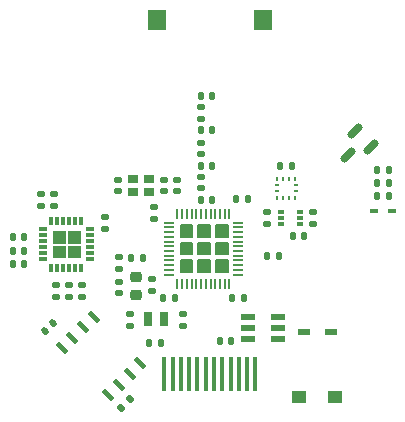
<source format=gbr>
%TF.GenerationSoftware,KiCad,Pcbnew,8.0.3*%
%TF.CreationDate,2024-08-05T21:53:05-05:00*%
%TF.ProjectId,GeckoSmartWatch_V4_1,4765636b-6f53-46d6-9172-745761746368,rev?*%
%TF.SameCoordinates,Original*%
%TF.FileFunction,Paste,Top*%
%TF.FilePolarity,Positive*%
%FSLAX46Y46*%
G04 Gerber Fmt 4.6, Leading zero omitted, Abs format (unit mm)*
G04 Created by KiCad (PCBNEW 8.0.3) date 2024-08-05 21:53:05*
%MOMM*%
%LPD*%
G01*
G04 APERTURE LIST*
G04 Aperture macros list*
%AMRoundRect*
0 Rectangle with rounded corners*
0 $1 Rounding radius*
0 $2 $3 $4 $5 $6 $7 $8 $9 X,Y pos of 4 corners*
0 Add a 4 corners polygon primitive as box body*
4,1,4,$2,$3,$4,$5,$6,$7,$8,$9,$2,$3,0*
0 Add four circle primitives for the rounded corners*
1,1,$1+$1,$2,$3*
1,1,$1+$1,$4,$5*
1,1,$1+$1,$6,$7*
1,1,$1+$1,$8,$9*
0 Add four rect primitives between the rounded corners*
20,1,$1+$1,$2,$3,$4,$5,0*
20,1,$1+$1,$4,$5,$6,$7,0*
20,1,$1+$1,$6,$7,$8,$9,0*
20,1,$1+$1,$8,$9,$2,$3,0*%
%AMRotRect*
0 Rectangle, with rotation*
0 The origin of the aperture is its center*
0 $1 length*
0 $2 width*
0 $3 Rotation angle, in degrees counterclockwise*
0 Add horizontal line*
21,1,$1,$2,0,0,$3*%
G04 Aperture macros list end*
%ADD10C,0.100000*%
%ADD11C,0.200000*%
%ADD12RoundRect,0.150000X0.309359X0.521491X-0.521491X-0.309359X-0.309359X-0.521491X0.521491X0.309359X0*%
%ADD13R,0.800000X0.300000*%
%ADD14R,0.300000X0.800000*%
%ADD15R,0.850000X0.750000*%
%ADD16R,0.400000X3.000000*%
%ADD17RoundRect,0.140000X0.021213X-0.219203X0.219203X-0.021213X-0.021213X0.219203X-0.219203X0.021213X0*%
%ADD18RoundRect,0.140000X0.140000X0.170000X-0.140000X0.170000X-0.140000X-0.170000X0.140000X-0.170000X0*%
%ADD19RoundRect,0.135000X-0.185000X0.135000X-0.185000X-0.135000X0.185000X-0.135000X0.185000X0.135000X0*%
%ADD20RoundRect,0.140000X0.170000X-0.140000X0.170000X0.140000X-0.170000X0.140000X-0.170000X-0.140000X0*%
%ADD21RoundRect,0.135000X-0.035355X0.226274X-0.226274X0.035355X0.035355X-0.226274X0.226274X-0.035355X0*%
%ADD22R,0.200000X0.850000*%
%ADD23R,0.850000X0.200000*%
%ADD24RoundRect,0.140000X-0.140000X-0.170000X0.140000X-0.170000X0.140000X0.170000X-0.140000X0.170000X0*%
%ADD25RoundRect,0.135000X-0.135000X-0.185000X0.135000X-0.185000X0.135000X0.185000X-0.135000X0.185000X0*%
%ADD26RoundRect,0.147500X0.172500X-0.147500X0.172500X0.147500X-0.172500X0.147500X-0.172500X-0.147500X0*%
%ADD27R,1.200000X0.550000*%
%ADD28R,0.800000X1.300000*%
%ADD29RoundRect,0.135000X0.185000X-0.135000X0.185000X0.135000X-0.185000X0.135000X-0.185000X-0.135000X0*%
%ADD30R,1.075000X0.500000*%
%ADD31RoundRect,0.140000X-0.170000X0.140000X-0.170000X-0.140000X0.170000X-0.140000X0.170000X0.140000X0*%
%ADD32R,0.410000X0.280000*%
%ADD33R,0.280000X0.410000*%
%ADD34RotRect,0.450000X1.100000X225.000000*%
%ADD35RoundRect,0.135000X0.135000X0.185000X-0.135000X0.185000X-0.135000X-0.185000X0.135000X-0.185000X0*%
%ADD36RoundRect,0.218750X-0.256250X0.218750X-0.256250X-0.218750X0.256250X-0.218750X0.256250X0.218750X0*%
%ADD37R,1.240000X1.120000*%
%ADD38R,0.475000X0.300000*%
%ADD39R,0.640000X0.420000*%
%ADD40R,1.500000X1.800000*%
G04 APERTURE END LIST*
%TO.C,U6*%
D10*
X131155000Y-99770000D02*
X130155000Y-99770000D01*
X130155000Y-98770000D01*
X131155000Y-98770000D01*
X131155000Y-99770000D01*
G36*
X131155000Y-99770000D02*
G01*
X130155000Y-99770000D01*
X130155000Y-98770000D01*
X131155000Y-98770000D01*
X131155000Y-99770000D01*
G37*
X131155000Y-101020000D02*
X130155000Y-101020000D01*
X130155000Y-100020000D01*
X131155000Y-100020000D01*
X131155000Y-101020000D01*
G36*
X131155000Y-101020000D02*
G01*
X130155000Y-101020000D01*
X130155000Y-100020000D01*
X131155000Y-100020000D01*
X131155000Y-101020000D01*
G37*
X132405000Y-99770000D02*
X131405000Y-99770000D01*
X131405000Y-98770000D01*
X132405000Y-98770000D01*
X132405000Y-99770000D01*
G36*
X132405000Y-99770000D02*
G01*
X131405000Y-99770000D01*
X131405000Y-98770000D01*
X132405000Y-98770000D01*
X132405000Y-99770000D01*
G37*
X132405000Y-101020000D02*
X131405000Y-101020000D01*
X131405000Y-100020000D01*
X132405000Y-100020000D01*
X132405000Y-101020000D01*
G36*
X132405000Y-101020000D02*
G01*
X131405000Y-101020000D01*
X131405000Y-100020000D01*
X132405000Y-100020000D01*
X132405000Y-101020000D01*
G37*
%TO.C,U1*%
D11*
X140970000Y-99255000D02*
X141970000Y-99255000D01*
X141970000Y-98255000D01*
X140970000Y-98255000D01*
X140970000Y-99255000D01*
G36*
X140970000Y-99255000D02*
G01*
X141970000Y-99255000D01*
X141970000Y-98255000D01*
X140970000Y-98255000D01*
X140970000Y-99255000D01*
G37*
X140970000Y-100755000D02*
X141970000Y-100755000D01*
X141970000Y-99755000D01*
X140970000Y-99755000D01*
X140970000Y-100755000D01*
G36*
X140970000Y-100755000D02*
G01*
X141970000Y-100755000D01*
X141970000Y-99755000D01*
X140970000Y-99755000D01*
X140970000Y-100755000D01*
G37*
X140970000Y-102255000D02*
X141970000Y-102255000D01*
X141970000Y-101255000D01*
X140970000Y-101255000D01*
X140970000Y-102255000D01*
G36*
X140970000Y-102255000D02*
G01*
X141970000Y-102255000D01*
X141970000Y-101255000D01*
X140970000Y-101255000D01*
X140970000Y-102255000D01*
G37*
X142470000Y-99255000D02*
X143470000Y-99255000D01*
X143470000Y-98255000D01*
X142470000Y-98255000D01*
X142470000Y-99255000D01*
G36*
X142470000Y-99255000D02*
G01*
X143470000Y-99255000D01*
X143470000Y-98255000D01*
X142470000Y-98255000D01*
X142470000Y-99255000D01*
G37*
X142470000Y-100755000D02*
X143470000Y-100755000D01*
X143470000Y-99755000D01*
X142470000Y-99755000D01*
X142470000Y-100755000D01*
G36*
X142470000Y-100755000D02*
G01*
X143470000Y-100755000D01*
X143470000Y-99755000D01*
X142470000Y-99755000D01*
X142470000Y-100755000D01*
G37*
X142470000Y-102255000D02*
X143470000Y-102255000D01*
X143470000Y-101255000D01*
X142470000Y-101255000D01*
X142470000Y-102255000D01*
G36*
X142470000Y-102255000D02*
G01*
X143470000Y-102255000D01*
X143470000Y-101255000D01*
X142470000Y-101255000D01*
X142470000Y-102255000D01*
G37*
X143970000Y-99255000D02*
X144970000Y-99255000D01*
X144970000Y-98255000D01*
X143970000Y-98255000D01*
X143970000Y-99255000D01*
G36*
X143970000Y-99255000D02*
G01*
X144970000Y-99255000D01*
X144970000Y-98255000D01*
X143970000Y-98255000D01*
X143970000Y-99255000D01*
G37*
X143970000Y-100755000D02*
X144970000Y-100755000D01*
X144970000Y-99755000D01*
X143970000Y-99755000D01*
X143970000Y-100755000D01*
G36*
X143970000Y-100755000D02*
G01*
X144970000Y-100755000D01*
X144970000Y-99755000D01*
X143970000Y-99755000D01*
X143970000Y-100755000D01*
G37*
X143970000Y-102255000D02*
X144970000Y-102255000D01*
X144970000Y-101255000D01*
X143970000Y-101255000D01*
X143970000Y-102255000D01*
G36*
X143970000Y-102255000D02*
G01*
X144970000Y-102255000D01*
X144970000Y-101255000D01*
X143970000Y-101255000D01*
X143970000Y-102255000D01*
G37*
%TD*%
D12*
%TO.C,Q1*%
X155112087Y-92337913D03*
X155766161Y-90340336D03*
X157109664Y-91683839D03*
%TD*%
D13*
%TO.C,U6*%
X133275000Y-101150000D03*
X133275000Y-100650000D03*
X133275000Y-100150000D03*
X133275000Y-99650000D03*
X133275000Y-99150000D03*
X133275000Y-98650000D03*
D14*
X132525000Y-97900000D03*
X132025000Y-97900000D03*
X131525000Y-97900000D03*
X131025000Y-97900000D03*
X130525000Y-97900000D03*
X130025000Y-97900000D03*
D13*
X129275000Y-98650000D03*
X129275000Y-99150000D03*
X129275000Y-99650000D03*
X129275000Y-100150000D03*
X129275000Y-100650000D03*
X129275000Y-101150000D03*
D14*
X130025000Y-101900000D03*
X130525000Y-101900000D03*
X131025000Y-101900000D03*
X131525000Y-101900000D03*
X132025000Y-101900000D03*
X132525000Y-101900000D03*
%TD*%
D15*
%TO.C,Y2*%
X138300000Y-95450000D03*
X136950000Y-95450000D03*
X136950000Y-94400000D03*
X138300000Y-94400000D03*
%TD*%
D16*
%TO.C,U3*%
X147294576Y-110873473D03*
X146594576Y-110873473D03*
X145894576Y-110873473D03*
X145194576Y-110873473D03*
X144494576Y-110873473D03*
X143794576Y-110873473D03*
X143094576Y-110873473D03*
X142394576Y-110873473D03*
X141694576Y-110873473D03*
X140994576Y-110873473D03*
X140294576Y-110873473D03*
X139594576Y-110873473D03*
%TD*%
D17*
%TO.C,C6*%
X129510589Y-107264411D03*
X130189411Y-106585589D03*
%TD*%
D18*
%TO.C,C20*%
X149420000Y-93275000D03*
X150380000Y-93275000D03*
%TD*%
D19*
%TO.C,R2*%
X148275000Y-98160000D03*
X148275000Y-97140000D03*
%TD*%
D20*
%TO.C,C25*%
X132625000Y-104330000D03*
X132625000Y-103370000D03*
%TD*%
D19*
%TO.C,R9*%
X130225000Y-95640000D03*
X130225000Y-96660000D03*
%TD*%
D21*
%TO.C,R3*%
X136660624Y-113014376D03*
X135939376Y-113735624D03*
%TD*%
D22*
%TO.C,U1*%
X140700000Y-103225000D03*
X141100000Y-103225000D03*
X141500000Y-103225000D03*
X141900000Y-103225000D03*
X142300000Y-103225000D03*
X142700000Y-103225000D03*
X143100000Y-103225000D03*
X143500000Y-103225000D03*
X143900000Y-103225000D03*
X144300000Y-103225000D03*
X144700000Y-103225000D03*
X145100000Y-103225000D03*
D23*
X145850000Y-102475000D03*
X145850000Y-102075000D03*
X145850000Y-101675000D03*
X145850000Y-101275000D03*
X145850000Y-100875000D03*
X145850000Y-100475000D03*
X145850000Y-100075000D03*
X145850000Y-99675000D03*
X145850000Y-99275000D03*
X145850000Y-98875000D03*
X145850000Y-98475000D03*
X145850000Y-98075000D03*
D22*
X145100000Y-97325000D03*
X144700000Y-97325000D03*
X144300000Y-97325000D03*
X143900000Y-97325000D03*
X143500000Y-97325000D03*
X143100000Y-97325000D03*
X142700000Y-97325000D03*
X142300000Y-97325000D03*
X141900000Y-97325000D03*
X141500000Y-97325000D03*
X141100000Y-97325000D03*
X140700000Y-97325000D03*
D23*
X139950000Y-98075000D03*
X139950000Y-98475000D03*
X139950000Y-98875000D03*
X139950000Y-99275000D03*
X139950000Y-99675000D03*
X139950000Y-100075000D03*
X139950000Y-100475000D03*
X139950000Y-100875000D03*
X139950000Y-101275000D03*
X139950000Y-101675000D03*
X139950000Y-102075000D03*
X139950000Y-102475000D03*
%TD*%
D24*
%TO.C,C18*%
X143640000Y-90250000D03*
X142680000Y-90250000D03*
%TD*%
D18*
%TO.C,C27*%
X127730000Y-101575000D03*
X126770000Y-101575000D03*
%TD*%
D25*
%TO.C,R7*%
X138315000Y-108275000D03*
X139335000Y-108275000D03*
%TD*%
D26*
%TO.C,L5*%
X142680000Y-88305000D03*
X142680000Y-89275000D03*
%TD*%
D20*
%TO.C,C15*%
X139600000Y-94445000D03*
X139600000Y-95405000D03*
%TD*%
D18*
%TO.C,C23*%
X127730000Y-100450000D03*
X126770000Y-100450000D03*
%TD*%
%TO.C,C12*%
X140455000Y-104450000D03*
X139495000Y-104450000D03*
%TD*%
D27*
%TO.C,U5*%
X149175000Y-106050000D03*
X149175000Y-107000000D03*
X149175000Y-107950000D03*
X146675000Y-107950000D03*
X146675000Y-107000000D03*
X146675000Y-106050000D03*
%TD*%
D18*
%TO.C,C24*%
X127730000Y-99300000D03*
X126770000Y-99300000D03*
%TD*%
D28*
%TO.C,Y1*%
X138200000Y-106225000D03*
X139600000Y-106225000D03*
%TD*%
D29*
%TO.C,R10*%
X129125000Y-96660000D03*
X129125000Y-95640000D03*
%TD*%
D26*
%TO.C,L4*%
X142685000Y-91300000D03*
X142685000Y-92270000D03*
%TD*%
D30*
%TO.C,D3*%
X153712000Y-107350000D03*
X151388000Y-107350000D03*
%TD*%
D24*
%TO.C,C5*%
X145345000Y-104425000D03*
X146305000Y-104425000D03*
%TD*%
%TO.C,C4*%
X148320000Y-100875000D03*
X149280000Y-100875000D03*
%TD*%
D26*
%TO.C,L3*%
X142685000Y-94200000D03*
X142685000Y-95170000D03*
%TD*%
D20*
%TO.C,C14*%
X135675000Y-94445000D03*
X135675000Y-95405000D03*
%TD*%
D31*
%TO.C,C26*%
X130375000Y-103370000D03*
X130375000Y-104330000D03*
%TD*%
D25*
%TO.C,R6*%
X158585000Y-93625000D03*
X157565000Y-93625000D03*
%TD*%
D24*
%TO.C,C16*%
X143660000Y-96135000D03*
X142700000Y-96135000D03*
%TD*%
%TO.C,C19*%
X143635000Y-87325000D03*
X142675000Y-87325000D03*
%TD*%
D32*
%TO.C,U4*%
X149085000Y-95400000D03*
X149085000Y-94900000D03*
D33*
X149150000Y-94335000D03*
X149650000Y-94335000D03*
X150150000Y-94335000D03*
X150650000Y-94335000D03*
D32*
X150715000Y-94900000D03*
X150715000Y-95400000D03*
D33*
X150650000Y-95965000D03*
X150150000Y-95965000D03*
X149650000Y-95965000D03*
X149150000Y-95965000D03*
%TD*%
D31*
%TO.C,C8*%
X141175000Y-105845000D03*
X141175000Y-106805000D03*
%TD*%
D20*
%TO.C,C11*%
X135750000Y-101980000D03*
X135750000Y-101020000D03*
%TD*%
D34*
%TO.C,U2*%
X134857861Y-112676937D03*
X135755886Y-111778912D03*
X136653912Y-110880886D03*
X137551937Y-109982861D03*
X133592139Y-106023063D03*
X132694114Y-106921088D03*
X131796088Y-107819114D03*
X130898063Y-108717139D03*
%TD*%
D35*
%TO.C,R4*%
X157565000Y-95825000D03*
X158585000Y-95825000D03*
%TD*%
D29*
%TO.C,R8*%
X134525000Y-98585000D03*
X134525000Y-97565000D03*
%TD*%
D18*
%TO.C,C29*%
X151405000Y-99200000D03*
X150445000Y-99200000D03*
%TD*%
D25*
%TO.C,R5*%
X158585000Y-94750000D03*
X157565000Y-94750000D03*
%TD*%
D18*
%TO.C,C10*%
X137755000Y-101050000D03*
X136795000Y-101050000D03*
%TD*%
D36*
%TO.C,L1*%
X137150000Y-102662500D03*
X137150000Y-104237500D03*
%TD*%
D20*
%TO.C,C9*%
X136650000Y-106780000D03*
X136650000Y-105820000D03*
%TD*%
D24*
%TO.C,C17*%
X143640000Y-93235000D03*
X142680000Y-93235000D03*
%TD*%
D20*
%TO.C,C13*%
X140650000Y-94445000D03*
X140650000Y-95405000D03*
%TD*%
D37*
%TO.C,D2*%
X154000000Y-112850000D03*
X151000000Y-112850000D03*
%TD*%
D38*
%TO.C,IC3*%
X151113000Y-97150000D03*
X151113000Y-97650000D03*
X151113000Y-98150000D03*
X149437000Y-98150000D03*
X149437000Y-97650000D03*
X149437000Y-97150000D03*
%TD*%
D26*
%TO.C,L6*%
X131525000Y-104335000D03*
X131525000Y-103365000D03*
%TD*%
D20*
%TO.C,C2*%
X138750000Y-97730000D03*
X138750000Y-96770000D03*
%TD*%
D26*
%TO.C,L2*%
X135725000Y-104035000D03*
X135725000Y-103065000D03*
%TD*%
D39*
%TO.C,D1*%
X157325000Y-97125000D03*
X158825000Y-97125000D03*
%TD*%
D19*
%TO.C,R1*%
X152175000Y-98160000D03*
X152175000Y-97140000D03*
%TD*%
D24*
%TO.C,C3*%
X146655000Y-96075000D03*
X145695000Y-96075000D03*
%TD*%
D31*
%TO.C,C1*%
X138525000Y-102870000D03*
X138525000Y-103830000D03*
%TD*%
D18*
%TO.C,C21*%
X144295000Y-108075000D03*
X145255000Y-108075000D03*
%TD*%
D40*
%TO.C,E1*%
X138962500Y-80950000D03*
X147962500Y-80950000D03*
%TD*%
M02*

</source>
